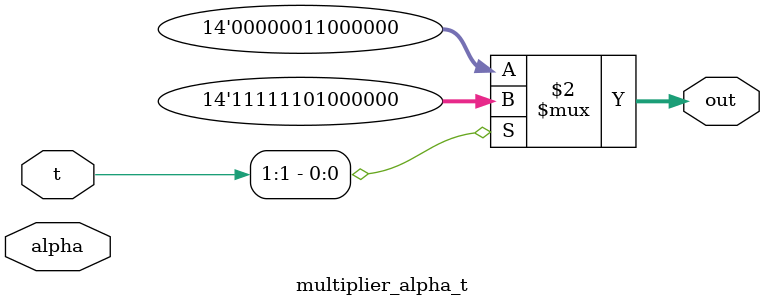
<source format=sv>
`timescale 1ns/1ns

module multiplier_alpha_t (input signed [1:0] t, input signed [7:0] alpha, output [13:0] out);
    assign out = (t[1] == 0) ? 14'b00000011000000 : 14'b11111101000000;
endmodule   
</source>
